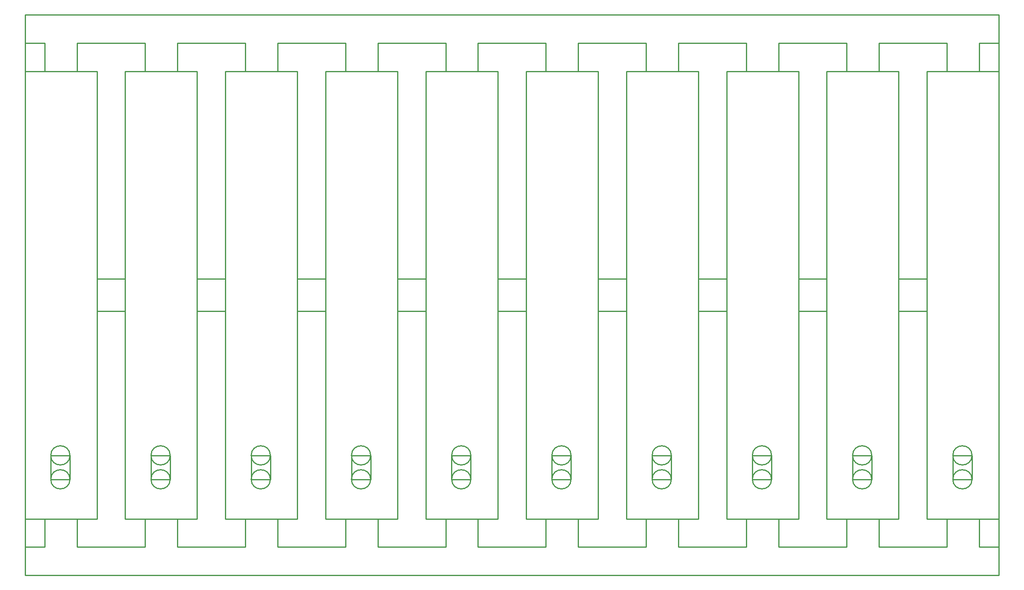
<source format=gko>
G04 Layer: BoardOutlineLayer*
G04 Panelize: Stamp Hole, Column: 10, Row: 1, Board Size: 15.24mm x 95mm, Panelized Board Size: 206.4mm x 95mm*
G04 EasyEDA v6.5.34, 2023-08-21 18:11:39*
G04 37ba9180ffe74b91916b72eff976b916,5a6b42c53f6a479593ecc07194224c93,10*
G04 Gerber Generator version 0.2*
G04 Scale: 100 percent, Rotated: No, Reflected: No *
G04 Dimensions in millimeters *
G04 leading zeros omitted , absolute positions ,4 integer and 5 decimal *
%FSLAX45Y45*%
%MOMM*%

%ADD10C,0.2540*%
D10*
X254000Y11315700D02*
G01*
X1778000Y11315700D01*
X1778000Y1816100D01*
X254000Y1816100D01*
X254000Y11315700D01*
G75*
G01*
X800100Y2654300D02*
G02*
X1206500Y2654300I203200J0D01*
G75*
G01*
X1206500Y2654300D02*
G02*
X800100Y2654300I-203200J0D01*
X800100Y2654300D02*
G01*
X800100Y2654300D01*
X800100Y3162300D02*
G01*
X800100Y2654300D01*
X800100Y2654300D02*
G01*
X1206500Y2654300D01*
X1206500Y2654300D02*
G01*
X1206500Y3162300D01*
X1206500Y3162300D02*
G01*
X800100Y3162300D01*
G75*
G01*
X800100Y3162300D02*
G02*
X1206500Y3162300I203200J0D01*
G75*
G01*
X1206500Y3162300D02*
G02*
X800100Y3162300I-203200J0D01*
X800100Y3162300D02*
G01*
X800100Y3162300D01*
X2377998Y11315700D02*
G01*
X3901998Y11315700D01*
X3901998Y1816100D01*
X2377998Y1816100D01*
X2377998Y11315700D01*
G75*
G01*
X2924099Y2654300D02*
G02*
X3330499Y2654300I203200J0D01*
G75*
G01*
X3330499Y2654300D02*
G02*
X2924099Y2654300I-203200J0D01*
X2924098Y2654300D02*
G01*
X2924098Y2654300D01*
X2924098Y3162300D02*
G01*
X2924098Y2654300D01*
X2924098Y2654300D02*
G01*
X3330498Y2654300D01*
X3330498Y2654300D02*
G01*
X3330498Y3162300D01*
X3330498Y3162300D02*
G01*
X2924098Y3162300D01*
G75*
G01*
X2924099Y3162300D02*
G02*
X3330499Y3162300I203200J0D01*
G75*
G01*
X3330499Y3162300D02*
G02*
X2924099Y3162300I-203200J0D01*
X2924098Y3162300D02*
G01*
X2924098Y3162300D01*
X4501997Y11315700D02*
G01*
X6025997Y11315700D01*
X6025997Y1816100D01*
X4501997Y1816100D01*
X4501997Y11315700D01*
G75*
G01*
X5048098Y2654300D02*
G02*
X5454498Y2654300I203200J0D01*
G75*
G01*
X5454498Y2654300D02*
G02*
X5048098Y2654300I-203200J0D01*
X5048097Y2654300D02*
G01*
X5048097Y2654300D01*
X5048097Y3162300D02*
G01*
X5048097Y2654300D01*
X5048097Y2654300D02*
G01*
X5454497Y2654300D01*
X5454497Y2654300D02*
G01*
X5454497Y3162300D01*
X5454497Y3162300D02*
G01*
X5048097Y3162300D01*
G75*
G01*
X5048098Y3162300D02*
G02*
X5454498Y3162300I203200J0D01*
G75*
G01*
X5454498Y3162300D02*
G02*
X5048098Y3162300I-203200J0D01*
X5048097Y3162300D02*
G01*
X5048097Y3162300D01*
X6625996Y11315700D02*
G01*
X8149996Y11315700D01*
X8149996Y1816100D01*
X6625996Y1816100D01*
X6625996Y11315700D01*
G75*
G01*
X7172096Y2654300D02*
G02*
X7578496Y2654300I203200J0D01*
G75*
G01*
X7578496Y2654300D02*
G02*
X7172096Y2654300I-203200J0D01*
X7172096Y2654300D02*
G01*
X7172096Y2654300D01*
X7172096Y3162300D02*
G01*
X7172096Y2654300D01*
X7172096Y2654300D02*
G01*
X7578496Y2654300D01*
X7578496Y2654300D02*
G01*
X7578496Y3162300D01*
X7578496Y3162300D02*
G01*
X7172096Y3162300D01*
G75*
G01*
X7172096Y3162300D02*
G02*
X7578496Y3162300I203200J0D01*
G75*
G01*
X7578496Y3162300D02*
G02*
X7172096Y3162300I-203200J0D01*
X7172096Y3162300D02*
G01*
X7172096Y3162300D01*
X8749995Y11315700D02*
G01*
X10273995Y11315700D01*
X10273995Y1816100D01*
X8749995Y1816100D01*
X8749995Y11315700D01*
G75*
G01*
X9296095Y2654300D02*
G02*
X9702495Y2654300I203200J0D01*
G75*
G01*
X9702495Y2654300D02*
G02*
X9296095Y2654300I-203200J0D01*
X9296095Y2654300D02*
G01*
X9296095Y2654300D01*
X9296095Y3162300D02*
G01*
X9296095Y2654300D01*
X9296095Y2654300D02*
G01*
X9702495Y2654300D01*
X9702495Y2654300D02*
G01*
X9702495Y3162300D01*
X9702495Y3162300D02*
G01*
X9296095Y3162300D01*
G75*
G01*
X9296095Y3162300D02*
G02*
X9702495Y3162300I203200J0D01*
G75*
G01*
X9702495Y3162300D02*
G02*
X9296095Y3162300I-203200J0D01*
X9296095Y3162300D02*
G01*
X9296095Y3162300D01*
X10873993Y11315700D02*
G01*
X12397993Y11315700D01*
X12397993Y1816100D01*
X10873993Y1816100D01*
X10873993Y11315700D01*
G75*
G01*
X11420094Y2654300D02*
G02*
X11826494Y2654300I203200J0D01*
G75*
G01*
X11826494Y2654300D02*
G02*
X11420094Y2654300I-203200J0D01*
X11420093Y2654300D02*
G01*
X11420093Y2654300D01*
X11420093Y3162300D02*
G01*
X11420093Y2654300D01*
X11420093Y2654300D02*
G01*
X11826493Y2654300D01*
X11826493Y2654300D02*
G01*
X11826493Y3162300D01*
X11826493Y3162300D02*
G01*
X11420093Y3162300D01*
G75*
G01*
X11420094Y3162300D02*
G02*
X11826494Y3162300I203200J0D01*
G75*
G01*
X11826494Y3162300D02*
G02*
X11420094Y3162300I-203200J0D01*
X11420093Y3162300D02*
G01*
X11420093Y3162300D01*
X12997992Y11315700D02*
G01*
X14521992Y11315700D01*
X14521992Y1816100D01*
X12997992Y1816100D01*
X12997992Y11315700D01*
G75*
G01*
X13544093Y2654300D02*
G02*
X13950493Y2654300I203200J0D01*
G75*
G01*
X13950493Y2654300D02*
G02*
X13544093Y2654300I-203200J0D01*
X13544092Y2654300D02*
G01*
X13544092Y2654300D01*
X13544092Y3162300D02*
G01*
X13544092Y2654300D01*
X13544092Y2654300D02*
G01*
X13950492Y2654300D01*
X13950492Y2654300D02*
G01*
X13950492Y3162300D01*
X13950492Y3162300D02*
G01*
X13544092Y3162300D01*
G75*
G01*
X13544093Y3162300D02*
G02*
X13950493Y3162300I203200J0D01*
G75*
G01*
X13950493Y3162300D02*
G02*
X13544093Y3162300I-203200J0D01*
X13544092Y3162300D02*
G01*
X13544092Y3162300D01*
X15121991Y11315700D02*
G01*
X16645991Y11315700D01*
X16645991Y1816100D01*
X15121991Y1816100D01*
X15121991Y11315700D01*
G75*
G01*
X15668092Y2654300D02*
G02*
X16074492Y2654300I203200J0D01*
G75*
G01*
X16074492Y2654300D02*
G02*
X15668092Y2654300I-203200J0D01*
X15668091Y2654300D02*
G01*
X15668091Y2654300D01*
X15668091Y3162300D02*
G01*
X15668091Y2654300D01*
X15668091Y2654300D02*
G01*
X16074491Y2654300D01*
X16074491Y2654300D02*
G01*
X16074491Y3162300D01*
X16074491Y3162300D02*
G01*
X15668091Y3162300D01*
G75*
G01*
X15668092Y3162300D02*
G02*
X16074492Y3162300I203200J0D01*
G75*
G01*
X16074492Y3162300D02*
G02*
X15668092Y3162300I-203200J0D01*
X15668091Y3162300D02*
G01*
X15668091Y3162300D01*
X17245990Y11315700D02*
G01*
X18769990Y11315700D01*
X18769990Y1816100D01*
X17245990Y1816100D01*
X17245990Y11315700D01*
G75*
G01*
X17792090Y2654300D02*
G02*
X18198490Y2654300I203200J0D01*
G75*
G01*
X18198490Y2654300D02*
G02*
X17792090Y2654300I-203200J0D01*
X17792090Y2654300D02*
G01*
X17792090Y2654300D01*
X17792090Y3162300D02*
G01*
X17792090Y2654300D01*
X17792090Y2654300D02*
G01*
X18198490Y2654300D01*
X18198490Y2654300D02*
G01*
X18198490Y3162300D01*
X18198490Y3162300D02*
G01*
X17792090Y3162300D01*
G75*
G01*
X17792090Y3162300D02*
G02*
X18198490Y3162300I203200J0D01*
G75*
G01*
X18198490Y3162300D02*
G02*
X17792090Y3162300I-203200J0D01*
X17792090Y3162300D02*
G01*
X17792090Y3162300D01*
X19369989Y11315700D02*
G01*
X20893989Y11315700D01*
X20893989Y1816100D01*
X19369989Y1816100D01*
X19369989Y11315700D01*
G75*
G01*
X19916089Y2654300D02*
G02*
X20322489Y2654300I203200J0D01*
G75*
G01*
X20322489Y2654300D02*
G02*
X19916089Y2654300I-203200J0D01*
X19916089Y2654300D02*
G01*
X19916089Y2654300D01*
X19916089Y3162300D02*
G01*
X19916089Y2654300D01*
X19916089Y2654300D02*
G01*
X20322489Y2654300D01*
X20322489Y2654300D02*
G01*
X20322489Y3162300D01*
X20322489Y3162300D02*
G01*
X19916089Y3162300D01*
G75*
G01*
X19916089Y3162300D02*
G02*
X20322489Y3162300I203200J0D01*
G75*
G01*
X20322489Y3162300D02*
G02*
X19916089Y3162300I-203200J0D01*
X19916089Y3162300D02*
G01*
X19916089Y3162300D01*
X254000Y12515697D02*
G01*
X20893989Y12515697D01*
X20893989Y616102D01*
X254000Y616102D01*
X254000Y12515697D01*
X673996Y11915698D02*
G01*
X254000Y11915698D01*
X673996Y1216101D02*
G01*
X254000Y1216101D01*
X2797995Y11915698D02*
G01*
X1358005Y11915698D01*
X2797995Y1216101D02*
G01*
X1358005Y1216101D01*
X4921994Y11915698D02*
G01*
X3482004Y11915698D01*
X4921994Y1216101D02*
G01*
X3482004Y1216101D01*
X7045993Y11915698D02*
G01*
X5606003Y11915698D01*
X7045993Y1216101D02*
G01*
X5606003Y1216101D01*
X9169991Y11915698D02*
G01*
X7730002Y11915698D01*
X9169991Y1216101D02*
G01*
X7730002Y1216101D01*
X11293990Y11915698D02*
G01*
X9854001Y11915698D01*
X11293990Y1216101D02*
G01*
X9854001Y1216101D01*
X13417989Y11915698D02*
G01*
X11977999Y11915698D01*
X13417989Y1216101D02*
G01*
X11977999Y1216101D01*
X15541988Y11915698D02*
G01*
X14101998Y11915698D01*
X15541988Y1216101D02*
G01*
X14101998Y1216101D01*
X17665987Y11915698D02*
G01*
X16225997Y11915698D01*
X17665987Y1216101D02*
G01*
X16225997Y1216101D01*
X19789985Y11915698D02*
G01*
X18349996Y11915698D01*
X19789985Y1216101D02*
G01*
X18349996Y1216101D01*
X20893989Y11915698D02*
G01*
X20473995Y11915698D01*
X20893989Y1216101D02*
G01*
X20473995Y1216101D01*
X2368831Y6907903D02*
G01*
X1787166Y6907903D01*
X2368831Y6223894D02*
G01*
X1787166Y6223894D01*
X4492830Y6907903D02*
G01*
X3911165Y6907903D01*
X4492830Y6223894D02*
G01*
X3911165Y6223894D01*
X6616829Y6907903D02*
G01*
X6035164Y6907903D01*
X6616829Y6223894D02*
G01*
X6035164Y6223894D01*
X8740828Y6907903D02*
G01*
X8159163Y6907903D01*
X8740828Y6223894D02*
G01*
X8159163Y6223894D01*
X10864827Y6907903D02*
G01*
X10283162Y6907903D01*
X10864827Y6223894D02*
G01*
X10283162Y6223894D01*
X12988825Y6907903D02*
G01*
X12407160Y6907903D01*
X12988825Y6223894D02*
G01*
X12407160Y6223894D01*
X15112824Y6907903D02*
G01*
X14531159Y6907903D01*
X15112824Y6223894D02*
G01*
X14531159Y6223894D01*
X17236823Y6907903D02*
G01*
X16655158Y6907903D01*
X17236823Y6223894D02*
G01*
X16655158Y6223894D01*
X19360822Y6907903D02*
G01*
X18779157Y6907903D01*
X19360822Y6223894D02*
G01*
X18779157Y6223894D01*
X673996Y11324866D02*
G01*
X673996Y11915698D01*
X673996Y1216101D02*
G01*
X673996Y1806933D01*
X1358005Y11324866D02*
G01*
X1358005Y11915698D01*
X1358005Y1216101D02*
G01*
X1358005Y1806933D01*
X2797995Y11324866D02*
G01*
X2797995Y11915698D01*
X2797995Y1216101D02*
G01*
X2797995Y1806933D01*
X3482004Y11324866D02*
G01*
X3482004Y11915698D01*
X3482004Y1216101D02*
G01*
X3482004Y1806933D01*
X4921994Y11324866D02*
G01*
X4921994Y11915698D01*
X4921994Y1216101D02*
G01*
X4921994Y1806933D01*
X5606003Y11324866D02*
G01*
X5606003Y11915698D01*
X5606003Y1216101D02*
G01*
X5606003Y1806933D01*
X7045993Y11324866D02*
G01*
X7045993Y11915698D01*
X7045993Y1216101D02*
G01*
X7045993Y1806933D01*
X7730002Y11324866D02*
G01*
X7730002Y11915698D01*
X7730002Y1216101D02*
G01*
X7730002Y1806933D01*
X9169991Y11324866D02*
G01*
X9169991Y11915698D01*
X9169991Y1216101D02*
G01*
X9169991Y1806933D01*
X9854001Y11324866D02*
G01*
X9854001Y11915698D01*
X9854001Y1216101D02*
G01*
X9854001Y1806933D01*
X11293990Y11324866D02*
G01*
X11293990Y11915698D01*
X11293990Y1216101D02*
G01*
X11293990Y1806933D01*
X11977999Y11324866D02*
G01*
X11977999Y11915698D01*
X11977999Y1216101D02*
G01*
X11977999Y1806933D01*
X13417989Y11324866D02*
G01*
X13417989Y11915698D01*
X13417989Y1216101D02*
G01*
X13417989Y1806933D01*
X14101998Y11324866D02*
G01*
X14101998Y11915698D01*
X14101998Y1216101D02*
G01*
X14101998Y1806933D01*
X15541988Y11324866D02*
G01*
X15541988Y11915698D01*
X15541988Y1216101D02*
G01*
X15541988Y1806933D01*
X16225997Y11324866D02*
G01*
X16225997Y11915698D01*
X16225997Y1216101D02*
G01*
X16225997Y1806933D01*
X17665987Y11324866D02*
G01*
X17665987Y11915698D01*
X17665987Y1216101D02*
G01*
X17665987Y1806933D01*
X18349996Y11324866D02*
G01*
X18349996Y11915698D01*
X18349996Y1216101D02*
G01*
X18349996Y1806933D01*
X19789985Y11324866D02*
G01*
X19789985Y11915698D01*
X19789985Y1216101D02*
G01*
X19789985Y1806933D01*
X20473995Y11324866D02*
G01*
X20473995Y11915698D01*
X20473995Y1216101D02*
G01*
X20473995Y1806933D01*

%LPD*%
M02*

</source>
